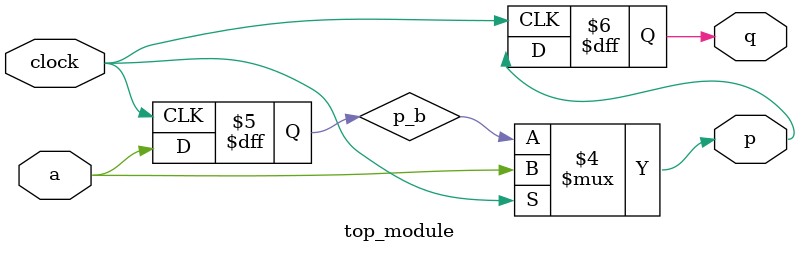
<source format=v>
module top_module (
    input clock,
    input a,
    output p,
    output q );
	reg p_b;
    always @(negedge clock) q <= p;
    always @(negedge clock) p_b <= a;
    always @(*) p = (clock)? a:p_b;
endmodule

</source>
